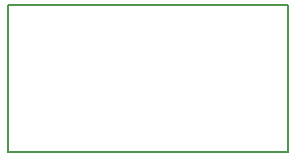
<source format=gbr>
G04 (created by PCBNEW (2013-01-15 BZR 3905)-testing) date Thu 17 Jan 2013 07:41:06 PM CET*
%MOIN*%
G04 Gerber Fmt 3.4, Leading zero omitted, Abs format*
%FSLAX34Y34*%
G01*
G70*
G90*
G04 APERTURE LIST*
%ADD10C,0.006*%
%ADD11C,0.00590551*%
G04 APERTURE END LIST*
G54D10*
G54D11*
X40661Y-36688D02*
X31311Y-36688D01*
X31311Y-31767D02*
X40661Y-31767D01*
X31311Y-36688D02*
X31311Y-31767D01*
X40661Y-36688D02*
X40661Y-31767D01*
M02*

</source>
